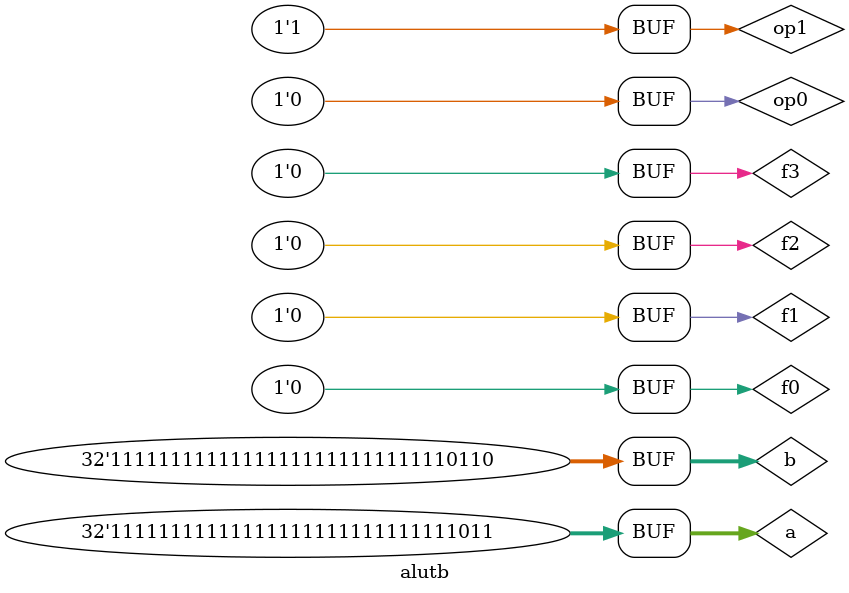
<source format=v>
`include "alu32.v"
`include "alucont.v"

module alutb();

wire [31:0] outp;
wire [2:0] gin;
wire zout;

reg [31:0] a, b;
reg op1 = 1'b1, op0 = 1'b0, f3 = 1'b0, f2 = 1'b0, f1 = 1'b0, f0 = 1'b0;

alucont cont(op1, op0, f3, f2, f1, f0, gin);
alu32 alu(outp, a, b, zout, gin);

initial begin
    $dumpfile("alutb.vcd");
    $dumpvars(0,alutb);
    
    a = 50;
    b = 100;
    #1

    a = 0;
    b = 0;
    #1

    a = -5;
    b = -10;
end

endmodule
</source>
